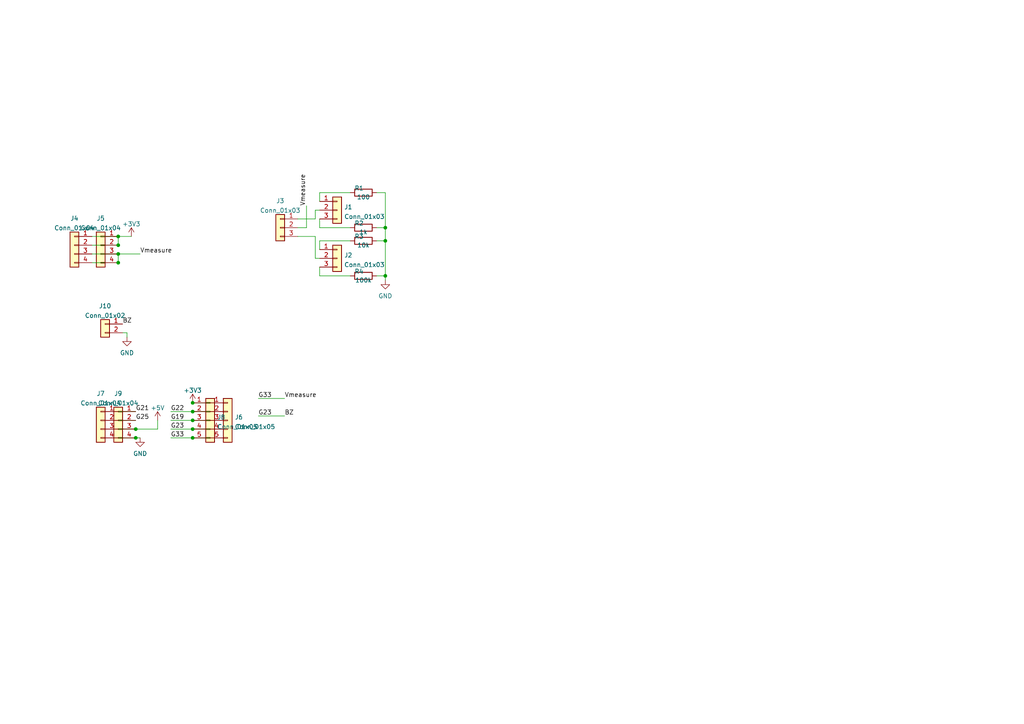
<source format=kicad_sch>
(kicad_sch (version 20211123) (generator eeschema)
  (paper "A4")
  (lib_symbols
    (symbol "Connector_Generic:Conn_01x02" (pin_names (offset 1.016) hide)
      (property "Reference" "J" (at 0 2.54 0))
      (property "Value" "Conn_01x02" (at 0 -5.08 0))
      (symbol "Conn_01x02_1_1"
        (rectangle (start -1.27 -2.413) (end 0 -2.667) (stroke (width 0.1524)))
        (rectangle (start -1.27 0.127) (end 0 -0.127) (stroke (width 0.1524)))
        (rectangle (start -1.27 1.27) (end 1.27 -3.81) (stroke (width 0.254)) (fill (type background)))
        (pin passive line (at -5.08 0 0) (length 3.81) (name "Pin_1") (number "1"))
        (pin passive line (at -5.08 -2.54 0) (length 3.81) (name "Pin_2") (number "2"))
      )
    )
    (symbol "Connector_Generic:Conn_01x03" (pin_names (offset 1.016) hide)
      (property "Reference" "J" (at 0 5.08 0))
      (property "Value" "Conn_01x03" (at 0 -5.08 0))
      (symbol "Conn_01x03_1_1"
        (rectangle (start -1.27 -2.413) (end 0 -2.667) (stroke (width 0.1524)))
        (rectangle (start -1.27 0.127) (end 0 -0.127) (stroke (width 0.1524)))
        (rectangle (start -1.27 2.667) (end 0 2.413) (stroke (width 0.1524)))
        (rectangle (start -1.27 3.81) (end 1.27 -3.81) (stroke (width 0.254)) (fill (type background)))
        (pin passive line (at -5.08 2.54 0) (length 3.81) (name "Pin_1") (number "1"))
        (pin passive line (at -5.08 0 0) (length 3.81) (name "Pin_2") (number "2"))
        (pin passive line (at -5.08 -2.54 0) (length 3.81) (name "Pin_3") (number "3"))
      )
    )
    (symbol "Connector_Generic:Conn_01x04" (pin_names (offset 1.016) hide)
      (property "Reference" "J" (at 0 5.08 0))
      (property "Value" "Conn_01x04" (at 0 -7.62 0))
      (symbol "Conn_01x04_1_1"
        (rectangle (start -1.27 -4.953) (end 0 -5.207) (stroke (width 0.1524)))
        (rectangle (start -1.27 -2.413) (end 0 -2.667) (stroke (width 0.1524)))
        (rectangle (start -1.27 0.127) (end 0 -0.127) (stroke (width 0.1524)))
        (rectangle (start -1.27 2.667) (end 0 2.413) (stroke (width 0.1524)))
        (rectangle (start -1.27 3.81) (end 1.27 -6.35) (stroke (width 0.254)) (fill (type background)))
        (pin passive line (at -5.08 2.54 0) (length 3.81) (name "Pin_1") (number "1"))
        (pin passive line (at -5.08 0 0) (length 3.81) (name "Pin_2") (number "2"))
        (pin passive line (at -5.08 -2.54 0) (length 3.81) (name "Pin_3") (number "3"))
        (pin passive line (at -5.08 -5.08 0) (length 3.81) (name "Pin_4") (number "4"))
      )
    )
    (symbol "Connector_Generic:Conn_01x05" (pin_names (offset 1.016) hide)
      (property "Reference" "J" (at 0 7.62 0))
      (property "Value" "Conn_01x05" (at 0 -7.62 0))
      (symbol "Conn_01x05_1_1"
        (rectangle (start -1.27 -4.953) (end 0 -5.207) (stroke (width 0.1524)))
        (rectangle (start -1.27 -2.413) (end 0 -2.667) (stroke (width 0.1524)))
        (rectangle (start -1.27 0.127) (end 0 -0.127) (stroke (width 0.1524)))
        (rectangle (start -1.27 2.667) (end 0 2.413) (stroke (width 0.1524)))
        (rectangle (start -1.27 5.207) (end 0 4.953) (stroke (width 0.1524)))
        (rectangle (start -1.27 6.35) (end 1.27 -6.35) (stroke (width 0.254)) (fill (type background)))
        (pin passive line (at -5.08 5.08 0) (length 3.81) (name "Pin_1") (number "1"))
        (pin passive line (at -5.08 2.54 0) (length 3.81) (name "Pin_2") (number "2"))
        (pin passive line (at -5.08 0 0) (length 3.81) (name "Pin_3") (number "3"))
        (pin passive line (at -5.08 -2.54 0) (length 3.81) (name "Pin_4") (number "4"))
        (pin passive line (at -5.08 -5.08 0) (length 3.81) (name "Pin_5") (number "5"))
      )
    )
    (symbol "Device:R" (pin_numbers hide) (pin_names (offset 0))
      (property "Reference" "R" (at 2.032 0 90))
      (property "Value" "R" (at 0 0 90))
      (symbol "R_0_1"
        (rectangle (start -1.016 -2.54) (end 1.016 2.54) (stroke (width 0.254)))
      )
      (symbol "R_1_1"
        (pin passive line (at 0 3.81 270) (length 1.27) (name "~") (number "1"))
        (pin passive line (at 0 -3.81 90) (length 1.27) (name "~") (number "2"))
      )
    )
    (symbol "power:+3V3" (power) (pin_names (offset 0))
      (property "Value" "+3V3" (at 0 3.556 0))
      (symbol "+3V3_0_1"
        (polyline (pts (xy -0.762 1.27) (xy 0 2.54)))
        (polyline (pts (xy 0 0) (xy 0 2.54)))
        (polyline (pts (xy 0 2.54) (xy 0.762 1.27)))
      )
      (symbol "+3V3_1_1"
        (pin power_in line (at 0 0 90) (length 0) hide (name "+3V3") (number "1"))
      )
    )
    (symbol "power:+5V" (power) (pin_names (offset 0))
      (property "Value" "+5V" (at 0 3.556 0))
      (symbol "+5V_0_1"
        (polyline (pts (xy -0.762 1.27) (xy 0 2.54)))
        (polyline (pts (xy 0 0) (xy 0 2.54)))
        (polyline (pts (xy 0 2.54) (xy 0.762 1.27)))
      )
      (symbol "+5V_1_1"
        (pin power_in line (at 0 0 90) (length 0) hide (name "+5V") (number "1"))
      )
    )
    (symbol "power:GND" (power) (pin_names (offset 0))
      (property "Value" "GND" (at 0 -3.81 0))
      (symbol "GND_0_1"
        (polyline (pts (xy 0 0) (xy 0 -1.27) (xy 1.27 -1.27) (xy 0 -2.54) (xy -1.27 -1.27) (xy 0 -1.27)))
      )
      (symbol "GND_1_1"
        (pin power_in line (at 0 0 270) (length 0) hide (name "GND") (number "1"))
      )
    )
  )
  (junction (at 55.88 124.46))
  (junction (at 111.76 80.01))
  (junction (at 34.29 76.2))
  (junction (at 39.37 124.46))
  (junction (at 39.37 127))
  (junction (at 111.76 66.04))
  (junction (at 55.88 116.84))
  (junction (at 34.29 71.12))
  (junction (at 34.29 68.58))
  (junction (at 55.88 127))
  (junction (at 111.76 69.85))
  (junction (at 55.88 121.92))
  (junction (at 55.88 119.38))
  (junction (at 34.29 73.66))
  (wire (pts (xy 49.53 127) (xy 55.88 127)))
  (wire (pts (xy 34.29 127) (xy 39.37 127)))
  (wire (pts (xy 74.93 115.57) (xy 82.55 115.57)))
  (wire (pts (xy 34.29 73.66) (xy 40.64 73.66)))
  (wire (pts (xy 91.44 74.93) (xy 92.71 74.93)))
  (wire (pts (xy 92.71 69.85) (xy 101.6 69.85)))
  (wire (pts (xy 88.9 66.04) (xy 88.9 59.69)))
  (wire (pts (xy 74.93 120.65) (xy 82.55 120.65)))
  (wire (pts (xy 39.37 127) (xy 40.64 127)))
  (wire (pts (xy 49.53 121.92) (xy 55.88 121.92)))
  (wire (pts (xy 34.29 121.92) (xy 39.37 121.92)))
  (wire (pts (xy 34.29 119.38) (xy 39.37 119.38)))
  (wire (pts (xy 49.53 124.46) (xy 55.88 124.46)))
  (wire (pts (xy 34.29 124.46) (xy 39.37 124.46)))
  (wire (pts (xy 34.29 73.66) (xy 34.29 76.2)))
  (wire (pts (xy 109.22 69.85) (xy 111.76 69.85)))
  (wire (pts (xy 92.71 55.88) (xy 101.6 55.88)))
  (wire (pts (xy 86.36 63.5) (xy 91.44 63.5)))
  (wire (pts (xy 86.36 68.58) (xy 91.44 68.58)))
  (wire (pts (xy 91.44 60.96) (xy 92.71 60.96)))
  (wire (pts (xy 26.67 76.2) (xy 34.29 76.2)))
  (wire (pts (xy 39.37 124.46) (xy 45.72 124.46)))
  (wire (pts (xy 55.88 116.84) (xy 60.96 116.84)))
  (wire (pts (xy 92.71 55.88) (xy 92.71 58.42)))
  (wire (pts (xy 92.71 80.01) (xy 101.6 80.01)))
  (wire (pts (xy 55.88 124.46) (xy 60.96 124.46)))
  (wire (pts (xy 55.88 127) (xy 60.96 127)))
  (wire (pts (xy 111.76 80.01) (xy 111.76 81.28)))
  (wire (pts (xy 34.29 68.58) (xy 38.1 68.58)))
  (wire (pts (xy 26.67 68.58) (xy 34.29 68.58)))
  (wire (pts (xy 26.67 71.12) (xy 34.29 71.12)))
  (wire (pts (xy 91.44 63.5) (xy 91.44 60.96)))
  (wire (pts (xy 35.56 96.52) (xy 36.83 96.52)))
  (wire (pts (xy 109.22 55.88) (xy 111.76 55.88)))
  (wire (pts (xy 92.71 80.01) (xy 92.71 77.47)))
  (wire (pts (xy 92.71 69.85) (xy 92.71 72.39)))
  (wire (pts (xy 49.53 119.38) (xy 55.88 119.38)))
  (wire (pts (xy 91.44 68.58) (xy 91.44 74.93)))
  (wire (pts (xy 86.36 66.04) (xy 88.9 66.04)))
  (wire (pts (xy 34.29 68.58) (xy 34.29 71.12)))
  (wire (pts (xy 55.88 119.38) (xy 60.96 119.38)))
  (wire (pts (xy 26.67 73.66) (xy 34.29 73.66)))
  (wire (pts (xy 45.72 124.46) (xy 45.72 121.92)))
  (wire (pts (xy 109.22 66.04) (xy 111.76 66.04)))
  (wire (pts (xy 111.76 55.88) (xy 111.76 66.04)))
  (wire (pts (xy 111.76 69.85) (xy 111.76 80.01)))
  (wire (pts (xy 92.71 66.04) (xy 92.71 63.5)))
  (wire (pts (xy 55.88 121.92) (xy 60.96 121.92)))
  (wire (pts (xy 111.76 66.04) (xy 111.76 69.85)))
  (wire (pts (xy 36.83 96.52) (xy 36.83 97.79)))
  (wire (pts (xy 92.71 66.04) (xy 101.6 66.04)))
  (wire (pts (xy 109.22 80.01) (xy 111.76 80.01)))
  (label "G22" (at 49.53 119.38 0))
  (label "BZ" (at 35.56 93.98 0))
  (label "Vmeasure" (at 40.64 73.66 0))
  (label "G33" (at 74.93 115.57 0))
  (label "G21" (at 39.37 119.38 0))
  (label "G23" (at 49.53 124.46 0))
  (label "G25" (at 39.37 121.92 0))
  (label "Vmeasure" (at 88.9 59.69 90))
  (label "BZ" (at 82.55 120.65 0))
  (label "G33" (at 49.53 127 0))
  (label "G19" (at 49.53 121.92 0))
  (label "G23" (at 74.93 120.65 0))
  (label "Vmeasure" (at 82.55 115.57 0))
  (symbol (lib_id "Connector_Generic:Conn_01x04") (at 21.59 71.12 0) (mirror y) (unit 1)
    (property "Reference" "J4" (at 21.59 63.3435 0))
    (property "Value" "Conn_01x04" (at 21.59 66.1186 0))
    (property "Footprint" "akita:CON_HT396R_4P_hole0.8sq" (effects hide))
  )
  (symbol (lib_id "power:+5V") (at 45.72 121.92 0) (unit 1)
    (property "Reference" "#PWR01" (effects hide))
    (property "Value" "+5V" (at 45.72 118.3155 0))
  )
  (symbol (lib_id "Device:R") (at 105.41 55.88 90) (unit 1)
    (property "Reference" "R1" (at 104.14 54.61 90))
    (property "Value" "100" (at 105.41 57.15 90))
    (property "Footprint" "Resistor_SMD:R_0603_1608Metric" (effects hide))
  )
  (symbol (lib_id "Connector_Generic:Conn_01x05") (at 66.04 121.92 0) (unit 1)
    (property "Reference" "J6" (at 68.072 121.0115 0) (effects (justify left)))
    (property "Value" "Conn_01x05" (at 68.072 123.7866 0) (effects (justify left)))
    (property "Footprint" "Connector_PinHeader_2.54mm:PinHeader_1x05_P2.54mm_Vertical" (effects hide))
  )
  (symbol (lib_id "Connector_Generic:Conn_01x02") (at 30.48 93.98 0) (mirror y) (unit 1)
    (property "Reference" "J10" (at 30.48 88.7435 0))
    (property "Value" "Conn_01x02" (at 30.48 91.5186 0))
    (property "Footprint" "akita:BZ_TSDZ5018" (effects hide))
  )
  (symbol (lib_id "power:+3V3") (at 55.88 116.84 0) (unit 1)
    (property "Reference" "#PWR09" (effects hide))
    (property "Value" "+3V3" (at 55.88 113.2355 0))
  )
  (symbol (lib_id "Connector_Generic:Conn_01x05") (at 60.96 121.92 0) (unit 1)
    (property "Reference" "J8" (at 62.992 121.0115 0) (effects (justify left)))
    (property "Value" "Conn_01x05" (at 62.992 123.7866 0) (effects (justify left)))
    (property "Footprint" "Connector_PinHeader_2.54mm:PinHeader_1x05_P2.54mm_Vertical" (effects hide))
  )
  (symbol (lib_id "power:+3V3") (at 38.1 68.58 0) (unit 1)
    (property "Reference" "#PWR02" (effects hide))
    (property "Value" "+3V3" (at 38.1 64.9755 0))
  )
  (symbol (lib_id "Connector_Generic:Conn_01x03") (at 81.28 66.04 0) (mirror y) (unit 1)
    (property "Reference" "J3" (at 81.28 58.2635 0))
    (property "Value" "Conn_01x03" (at 81.28 61.0386 0))
    (property "Footprint" "Connector_PinHeader_2.54mm:PinHeader_1x03_P2.54mm_Vertical" (effects hide))
  )
  (symbol (lib_id "Connector_Generic:Conn_01x03") (at 97.79 60.96 0) (unit 1)
    (property "Reference" "J1" (at 99.822 60.0515 0) (effects (justify left)))
    (property "Value" "Conn_01x03" (at 99.822 62.8266 0) (effects (justify left)))
    (property "Footprint" "Connector_PinHeader_2.54mm:PinHeader_1x03_P2.54mm_Vertical" (effects hide))
  )
  (symbol (lib_id "Device:R") (at 105.41 66.04 90) (unit 1)
    (property "Reference" "R2" (at 104.14 64.77 90))
    (property "Value" "1k" (at 105.41 67.31 90))
    (property "Footprint" "Resistor_SMD:R_0603_1608Metric" (effects hide))
  )
  (symbol (lib_id "Connector_Generic:Conn_01x03") (at 97.79 74.93 0) (unit 1)
    (property "Reference" "J2" (at 99.822 74.0215 0) (effects (justify left)))
    (property "Value" "Conn_01x03" (at 99.822 76.7966 0) (effects (justify left)))
    (property "Footprint" "Connector_PinHeader_2.54mm:PinHeader_1x03_P2.54mm_Vertical" (effects hide))
  )
  (symbol (lib_id "Connector_Generic:Conn_01x04") (at 34.29 121.92 0) (mirror y) (unit 1)
    (property "Reference" "J9" (at 34.29 114.1435 0))
    (property "Value" "Conn_01x04" (at 34.29 116.9186 0))
    (property "Footprint" "Connector_PinHeader_2.54mm:PinHeader_1x04_P2.54mm_Vertical" (effects hide))
  )
  (symbol (lib_id "Device:R") (at 105.41 69.85 90) (unit 1)
    (property "Reference" "R3" (at 104.14 68.58 90))
    (property "Value" "10k" (at 105.41 71.12 90))
    (property "Footprint" "Resistor_SMD:R_0603_1608Metric" (effects hide))
  )
  (symbol (lib_id "Connector_Generic:Conn_01x04") (at 29.21 71.12 0) (mirror y) (unit 1)
    (property "Reference" "J5" (at 29.21 63.3435 0))
    (property "Value" "Conn_01x04" (at 29.21 66.1186 0))
    (property "Footprint" "Connector_PinHeader_2.54mm:PinHeader_1x04_P2.54mm_Vertical" (effects hide))
  )
  (symbol (lib_id "power:GND") (at 36.83 97.79 0) (unit 1)
    (property "Reference" "#PWR07" (effects hide))
    (property "Value" "GND" (at 36.83 102.3525 0))
  )
  (symbol (lib_id "power:GND") (at 111.76 81.28 0) (unit 1)
    (property "Reference" "#PWR06" (effects hide))
    (property "Value" "GND" (at 111.76 85.8425 0))
  )
  (symbol (lib_id "power:GND") (at 40.64 127 0) (unit 1)
    (property "Reference" "#PWR05" (effects hide))
    (property "Value" "GND" (at 40.64 131.5625 0))
  )
  (symbol (lib_id "Connector_Generic:Conn_01x04") (at 29.21 121.92 0) (mirror y) (unit 1)
    (property "Reference" "J7" (at 29.21 114.1435 0))
    (property "Value" "Conn_01x04" (at 29.21 116.9186 0))
    (property "Footprint" "Connector_PinHeader_2.54mm:PinHeader_1x04_P2.54mm_Vertical" (effects hide))
  )
  (symbol (lib_id "Device:R") (at 105.41 80.01 90) (unit 1)
    (property "Reference" "R4" (at 104.14 78.74 90))
    (property "Value" "100k" (at 105.41 81.28 90))
    (property "Footprint" "Resistor_SMD:R_0603_1608Metric" (effects hide))
  )
)
</source>
